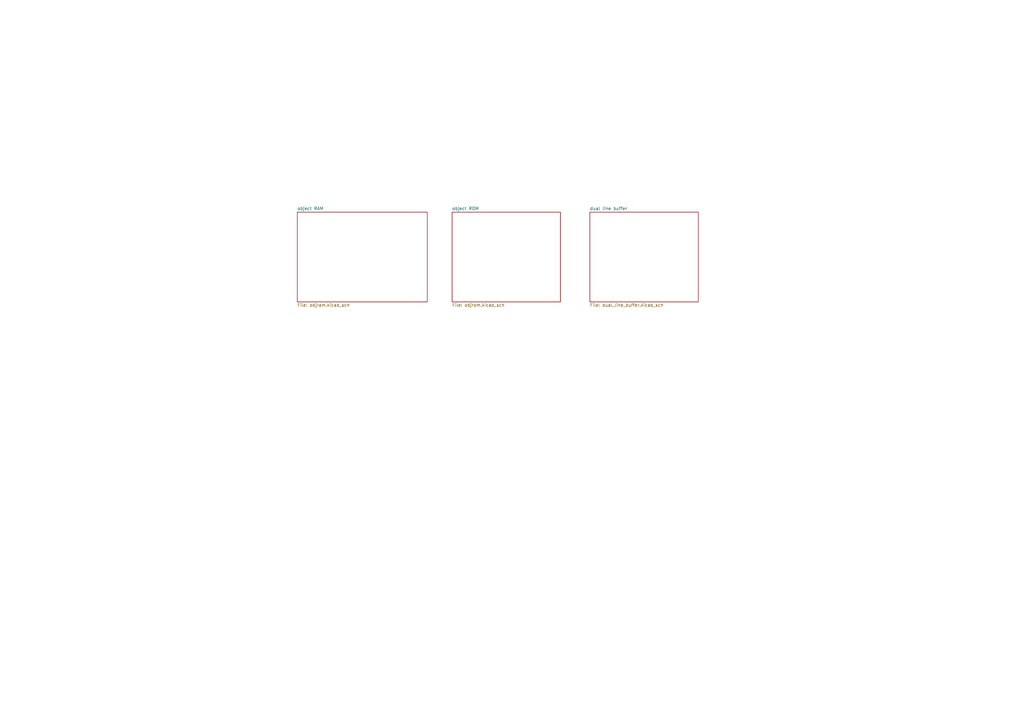
<source format=kicad_sch>
(kicad_sch
	(version 20231120)
	(generator "eeschema")
	(generator_version "8.0")
	(uuid "09e9b704-0d20-4044-ab87-a2c6f534977a")
	(paper "A3")
	(title_block
		(title "Objects")
		(company "JOTEGO")
	)
	(lib_symbols)
	(sheet
		(at 241.935 86.995)
		(size 44.45 36.83)
		(fields_autoplaced yes)
		(stroke
			(width 0.1524)
			(type solid)
		)
		(fill
			(color 0 0 0 0.0000)
		)
		(uuid "0369dded-6695-4fd2-ac1e-b6c28a4a33e1")
		(property "Sheetname" "dual line buffer"
			(at 241.935 86.2834 0)
			(effects
				(font
					(size 1.27 1.27)
				)
				(justify left bottom)
			)
		)
		(property "Sheetfile" "dual_line_buffer.kicad_sch"
			(at 241.935 124.4096 0)
			(effects
				(font
					(size 1.27 1.27)
				)
				(justify left top)
			)
		)
		(instances
			(project "wwfsstar"
				(path "/9b45fe8f-ccde-4083-bbaa-82d9a9454022/004a228e-24de-4680-a954-fe1a8a16228f/35cc9afc-88f0-41c5-ae64-92beb6e5ab21"
					(page "14")
				)
			)
		)
	)
	(sheet
		(at 185.42 86.995)
		(size 44.45 36.83)
		(fields_autoplaced yes)
		(stroke
			(width 0.1524)
			(type solid)
		)
		(fill
			(color 0 0 0 0.0000)
		)
		(uuid "36a67254-e339-4138-b84a-27ad7dff3eb5")
		(property "Sheetname" "object ROM"
			(at 185.42 86.2834 0)
			(effects
				(font
					(size 1.27 1.27)
				)
				(justify left bottom)
			)
		)
		(property "Sheetfile" "objrom.kicad_sch"
			(at 185.42 124.4096 0)
			(effects
				(font
					(size 1.27 1.27)
				)
				(justify left top)
			)
		)
		(instances
			(project "wwfsstar"
				(path "/9b45fe8f-ccde-4083-bbaa-82d9a9454022/004a228e-24de-4680-a954-fe1a8a16228f/35cc9afc-88f0-41c5-ae64-92beb6e5ab21"
					(page "15")
				)
			)
		)
	)
	(sheet
		(at 121.92 86.995)
		(size 53.34 36.83)
		(fields_autoplaced yes)
		(stroke
			(width 0.1524)
			(type solid)
		)
		(fill
			(color 0 0 0 0.0000)
		)
		(uuid "fe5e7fba-113c-48f8-a7ed-1285d1e241ec")
		(property "Sheetname" "object RAM"
			(at 121.92 86.2834 0)
			(effects
				(font
					(size 1.27 1.27)
				)
				(justify left bottom)
			)
		)
		(property "Sheetfile" "objram.kicad_sch"
			(at 121.92 124.4096 0)
			(effects
				(font
					(size 1.27 1.27)
				)
				(justify left top)
			)
		)
		(instances
			(project "wwfsstar"
				(path "/9b45fe8f-ccde-4083-bbaa-82d9a9454022/004a228e-24de-4680-a954-fe1a8a16228f/35cc9afc-88f0-41c5-ae64-92beb6e5ab21"
					(page "16")
				)
			)
		)
	)
)

</source>
